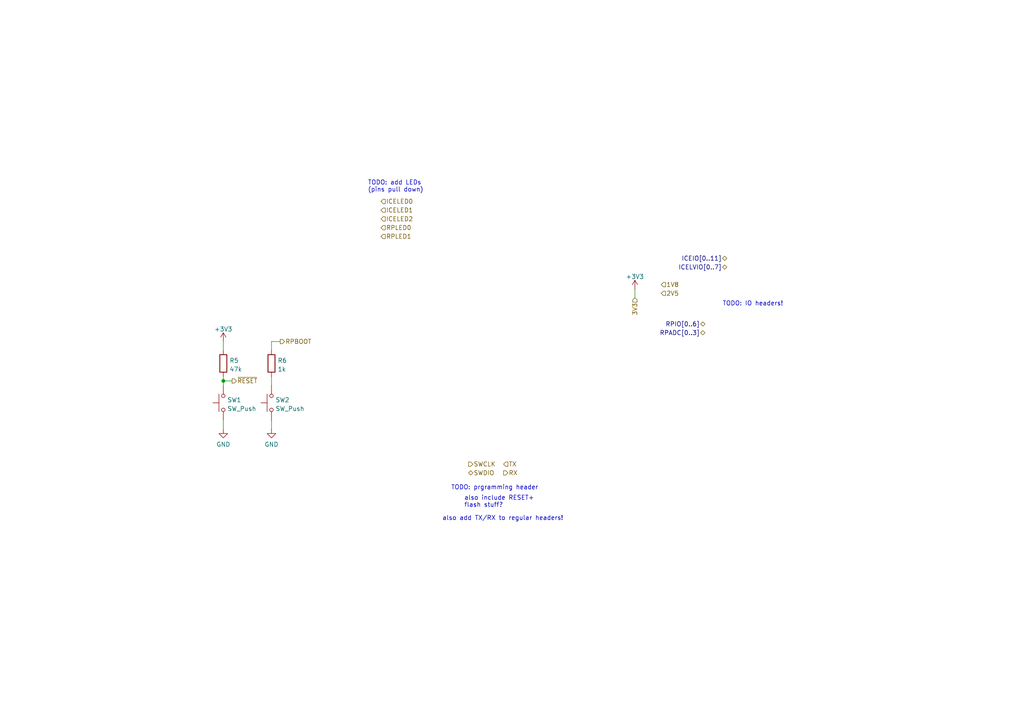
<source format=kicad_sch>
(kicad_sch (version 20211123) (generator eeschema)
  (paper "A4")
  (lib_symbols
    (symbol "Device:R" (pin_numbers hide) (pin_names (offset 0))
      (property "Reference" "R" (at 2.032 0 90))
      (property "Value" "R" (at 0 0 90))
      (symbol "R_0_1"
        (rectangle (start -1.016 -2.54) (end 1.016 2.54) (stroke (width 0.254)))
      )
      (symbol "R_1_1"
        (pin passive line (at 0 3.81 270) (length 1.27) (name "~") (number "1"))
        (pin passive line (at 0 -3.81 90) (length 1.27) (name "~") (number "2"))
      )
    )
    (symbol "Switch:SW_Push" (pin_numbers hide) (pin_names (offset 1.016) hide)
      (property "Reference" "SW" (at 1.27 2.54 0))
      (property "Value" "SW_Push" (at 0 -1.524 0))
      (symbol "SW_Push_0_1"
        (circle (center -2.032 0) (radius 0.508))
        (polyline (pts (xy 0 1.27) (xy 0 3.048)))
        (polyline (pts (xy 2.54 1.27) (xy -2.54 1.27)))
        (circle (center 2.032 0) (radius 0.508))
        (pin passive line (at -5.08 0 0) (length 2.54) (name "1") (number "1"))
        (pin passive line (at 5.08 0 180) (length 2.54) (name "2") (number "2"))
      )
    )
    (symbol "power:+3V3" (power) (pin_names (offset 0))
      (property "Value" "+3V3" (at 0 3.556 0))
      (symbol "+3V3_0_1"
        (polyline (pts (xy -0.762 1.27) (xy 0 2.54)))
        (polyline (pts (xy 0 0) (xy 0 2.54)))
        (polyline (pts (xy 0 2.54) (xy 0.762 1.27)))
      )
      (symbol "+3V3_1_1"
        (pin power_in line (at 0 0 90) (length 0) hide (name "+3V3") (number "1"))
      )
    )
    (symbol "power:GND" (power) (pin_names (offset 0))
      (property "Value" "GND" (at 0 -3.81 0))
      (symbol "GND_0_1"
        (polyline (pts (xy 0 0) (xy 0 -1.27) (xy 1.27 -1.27) (xy 0 -2.54) (xy -1.27 -1.27) (xy 0 -1.27)))
      )
      (symbol "GND_1_1"
        (pin power_in line (at 0 0 270) (length 0) hide (name "GND") (number "1"))
      )
    )
  )
  (junction (at 64.77 110.49))
  (wire (pts (xy 184.15 83.82) (xy 184.15 86.36)))
  (wire (pts (xy 64.77 99.06) (xy 64.77 101.6)))
  (wire (pts (xy 64.77 121.92) (xy 64.77 124.46)))
  (wire (pts (xy 78.74 109.22) (xy 78.74 111.76)))
  (wire (pts (xy 64.77 110.49) (xy 64.77 111.76)))
  (wire (pts (xy 64.77 110.49) (xy 67.31 110.49)))
  (wire (pts (xy 64.77 109.22) (xy 64.77 110.49)))
  (wire (pts (xy 78.74 101.6) (xy 78.74 99.06)))
  (wire (pts (xy 78.74 121.92) (xy 78.74 124.46)))
  (wire (pts (xy 78.74 99.06) (xy 81.28 99.06)))
  (text "TODO: IO headers!" (at 209.55 88.9 0) (effects (font (size 1.27 1.27)) (justify left bottom)))
  (text "also add TX/RX to regular headers!" (at 128.27 151.13 0) (effects (font (size 1.27 1.27)) (justify left bottom)))
  (text "also include RESET+\nflash stuff?" (at 134.62 147.32 0) (effects (font (size 1.27 1.27)) (justify left bottom)))
  (text "TODO: add LEDs\n(pins pull down)" (at 106.68 55.88 0) (effects (font (size 1.27 1.27)) (justify left bottom)))
  (text "TODO: prgramming header" (at 130.81 142.24 0) (effects (font (size 1.27 1.27)) (justify left bottom)))
  (hierarchical_label "SWDIO" (shape bidirectional) (at 135.89 137.16 0))
  (hierarchical_label "RX" (shape output) (at 146.05 137.16 0))
  (hierarchical_label "ICELVIO[0..7]" (shape bidirectional) (at 210.82 77.47 180))
  (hierarchical_label "3V3" (shape input) (at 184.15 86.36 270))
  (hierarchical_label "ICELED0" (shape input) (at 110.49 58.42 0))
  (hierarchical_label "~{RESET}" (shape output) (at 67.31 110.49 0))
  (hierarchical_label "2V5" (shape input) (at 191.77 85.09 0))
  (hierarchical_label "ICELED1" (shape input) (at 110.49 60.96 0))
  (hierarchical_label "SWCLK" (shape output) (at 135.89 134.62 0))
  (hierarchical_label "RPBOOT" (shape output) (at 81.28 99.06 0))
  (hierarchical_label "TX" (shape input) (at 146.05 134.62 0))
  (hierarchical_label "RPLED0" (shape input) (at 110.49 66.04 0))
  (hierarchical_label "RPIO[0..6]" (shape bidirectional) (at 204.47 93.98 180))
  (hierarchical_label "ICELED2" (shape input) (at 110.49 63.5 0))
  (hierarchical_label "RPLED1" (shape input) (at 110.49 68.58 0))
  (hierarchical_label "RPADC[0..3]" (shape bidirectional) (at 204.47 96.52 180))
  (hierarchical_label "1V8" (shape input) (at 191.77 82.55 0))
  (hierarchical_label "ICEIO[0..11]" (shape bidirectional) (at 210.82 74.93 180))
  (symbol (lib_id "Switch:SW_Push") (at 64.77 116.84 90) (unit 1)
    (property "Reference" "SW1" (at 65.913 116.0053 90) (effects (justify right)))
    (property "Value" "SW_Push" (at 65.913 118.5422 90) (effects (justify right)))
  )
  (symbol (lib_id "power:+3V3") (at 64.77 99.06 0) (unit 1)
    (property "Reference" "#PWR018" (effects hide))
    (property "Value" "+3V3" (at 64.77 95.4842 0))
  )
  (symbol (lib_id "power:+3V3") (at 184.15 83.82 0) (unit 1)
    (property "Reference" "#PWR021" (effects hide))
    (property "Value" "+3V3" (at 184.15 80.2442 0))
  )
  (symbol (lib_id "Device:R") (at 64.77 105.41 0) (unit 1)
    (property "Reference" "R5" (at 66.548 104.5753 0) (effects (justify left)))
    (property "Value" "47k" (at 66.548 107.1122 0) (effects (justify left)))
  )
  (symbol (lib_id "power:GND") (at 78.74 124.46 0) (unit 1)
    (property "Reference" "#PWR020" (effects hide))
    (property "Value" "GND" (at 78.74 128.9034 0))
  )
  (symbol (lib_id "Switch:SW_Push") (at 78.74 116.84 90) (unit 1)
    (property "Reference" "SW2" (at 79.883 116.0053 90) (effects (justify right)))
    (property "Value" "SW_Push" (at 79.883 118.5422 90) (effects (justify right)))
  )
  (symbol (lib_id "power:GND") (at 64.77 124.46 0) (unit 1)
    (property "Reference" "#PWR019" (effects hide))
    (property "Value" "GND" (at 64.77 128.9034 0))
  )
  (symbol (lib_id "Device:R") (at 78.74 105.41 0) (unit 1)
    (property "Reference" "R6" (at 80.518 104.5753 0) (effects (justify left)))
    (property "Value" "1k" (at 80.518 107.1122 0) (effects (justify left)))
  )
)
</source>
